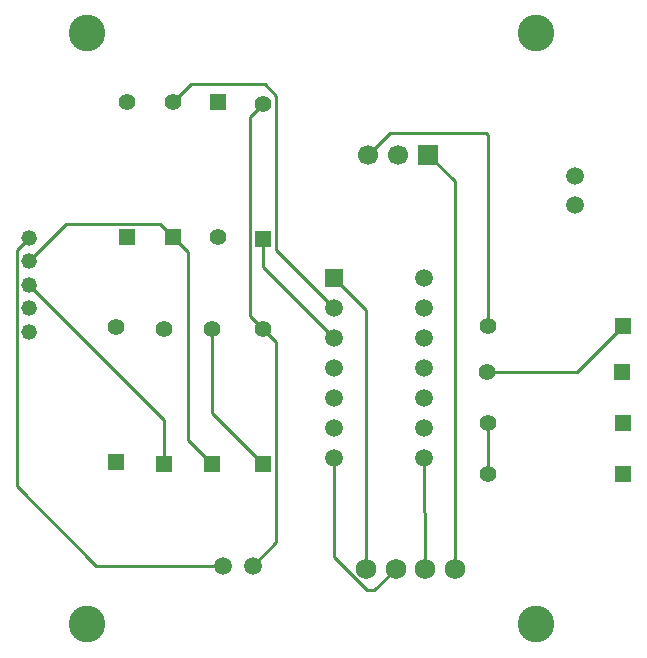
<source format=gtl>
G04*
G04 #@! TF.GenerationSoftware,Altium Limited,Altium Designer,24.1.2 (44)*
G04*
G04 Layer_Physical_Order=1*
G04 Layer_Color=255*
%FSLAX44Y44*%
%MOMM*%
G71*
G04*
G04 #@! TF.SameCoordinates,5ACB85F1-2223-4C92-A2CF-7EEF7C6C753D*
G04*
G04*
G04 #@! TF.FilePolarity,Positive*
G04*
G01*
G75*
%ADD15C,0.2540*%
%ADD17C,1.3970*%
%ADD18R,1.3970X1.3970*%
%ADD19R,1.3970X1.3970*%
%ADD20C,1.7526*%
%ADD21C,1.4986*%
%ADD26C,1.3208*%
%ADD27C,3.1000*%
%ADD28C,1.5000*%
%ADD29R,1.5000X1.5000*%
%ADD30R,1.7000X1.7000*%
%ADD31C,1.7000*%
D15*
X151130Y437200D02*
X265430Y322900D01*
Y285750D02*
Y322900D01*
X207772Y199390D02*
X315360D01*
X140716Y266446D02*
X207772Y199390D01*
X140716Y266446D02*
Y466786D01*
X151130Y477200D01*
Y457200D02*
X182372Y488442D01*
X262128D01*
X273050Y477520D01*
X285750Y464820D01*
Y306070D02*
Y464820D01*
Y306070D02*
X306070Y285750D01*
X340360Y199390D02*
X360172Y219202D01*
Y389128D01*
X349250Y400050D02*
X360172Y389128D01*
X338328Y410972D02*
X349250Y400050D01*
X338328Y410972D02*
Y579628D01*
X349250Y590550D01*
X438150Y547370D02*
X456438Y565658D01*
X537972D01*
X539750Y563880D01*
Y402590D02*
Y563880D01*
X349250Y452120D02*
Y476250D01*
Y452120D02*
X408940Y392430D01*
X273050Y591820D02*
X288036Y606806D01*
X350520D01*
X360172Y597154D01*
Y466598D02*
Y597154D01*
Y466598D02*
X408940Y417830D01*
X306070Y328930D02*
X349250Y285750D01*
X306070Y328930D02*
Y400050D01*
X538480Y363220D02*
X614680D01*
X654050Y402590D01*
X539750Y276860D02*
Y320040D01*
X488950Y547370D02*
X511410Y524910D01*
Y196850D02*
Y524910D01*
X408940Y443230D02*
X436410Y415760D01*
Y196850D02*
Y415760D01*
X408940Y206502D02*
Y290830D01*
Y206502D02*
X436880Y178562D01*
X443122D01*
X461410Y196850D01*
X485140Y245110D02*
Y290830D01*
Y245110D02*
X486410Y243840D01*
Y196850D02*
Y243840D01*
D17*
X539750Y276860D02*
D03*
Y320040D02*
D03*
Y402590D02*
D03*
X538480Y363220D02*
D03*
X349250Y590550D02*
D03*
X311150Y477520D02*
D03*
X273050Y591820D02*
D03*
X233680D02*
D03*
X349250Y400050D02*
D03*
X306070D02*
D03*
X265430D02*
D03*
X224790Y401320D02*
D03*
D18*
X654050Y276860D02*
D03*
Y320040D02*
D03*
Y402590D02*
D03*
X652780Y363220D02*
D03*
D19*
X349250Y476250D02*
D03*
X311150Y591820D02*
D03*
X273050Y477520D02*
D03*
X233680D02*
D03*
X349250Y285750D02*
D03*
X306070D02*
D03*
X265430D02*
D03*
X224790Y287020D02*
D03*
D20*
X511410Y196850D02*
D03*
X486410D02*
D03*
X461410D02*
D03*
X436410D02*
D03*
D21*
X613410Y529590D02*
D03*
Y504590D02*
D03*
X315360Y199390D02*
D03*
X340360D02*
D03*
D26*
X151130Y397200D02*
D03*
Y417200D02*
D03*
Y437200D02*
D03*
Y457200D02*
D03*
Y477200D02*
D03*
D27*
X580000Y150000D02*
D03*
X200000D02*
D03*
X580000Y650000D02*
D03*
X200000D02*
D03*
D28*
X485140Y290830D02*
D03*
Y316230D02*
D03*
Y341630D02*
D03*
Y367030D02*
D03*
Y392430D02*
D03*
Y417830D02*
D03*
Y443230D02*
D03*
X408940Y290830D02*
D03*
Y316230D02*
D03*
Y341630D02*
D03*
Y367030D02*
D03*
Y392430D02*
D03*
Y417830D02*
D03*
D29*
Y443230D02*
D03*
D30*
X488950Y547370D02*
D03*
D31*
X463550D02*
D03*
X438150D02*
D03*
M02*

</source>
